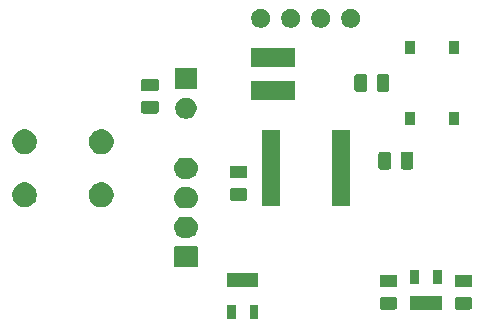
<source format=gbr>
G04 #@! TF.GenerationSoftware,KiCad,Pcbnew,(5.1.5)-3*
G04 #@! TF.CreationDate,2020-07-01T01:16:44-04:00*
G04 #@! TF.ProjectId,V0_Micro_Display,56305f4d-6963-4726-9f5f-446973706c61,rev?*
G04 #@! TF.SameCoordinates,Original*
G04 #@! TF.FileFunction,Soldermask,Bot*
G04 #@! TF.FilePolarity,Negative*
%FSLAX46Y46*%
G04 Gerber Fmt 4.6, Leading zero omitted, Abs format (unit mm)*
G04 Created by KiCad (PCBNEW (5.1.5)-3) date 2020-07-01 01:16:44*
%MOMM*%
%LPD*%
G04 APERTURE LIST*
%ADD10C,0.100000*%
G04 APERTURE END LIST*
D10*
G36*
X-4014000Y-12740000D02*
G01*
X-4754000Y-12740000D01*
X-4754000Y-11550000D01*
X-4014000Y-11550000D01*
X-4014000Y-12740000D01*
G37*
G36*
X-5914000Y-12740000D02*
G01*
X-6654000Y-12740000D01*
X-6654000Y-11550000D01*
X-5914000Y-11550000D01*
X-5914000Y-12740000D01*
G37*
G36*
X11486000Y-12011000D02*
G01*
X8834000Y-12011000D01*
X8834000Y-10849000D01*
X11486000Y-10849000D01*
X11486000Y-12011000D01*
G37*
G36*
X13919468Y-10896065D02*
G01*
X13958138Y-10907796D01*
X13993777Y-10926846D01*
X14025017Y-10952483D01*
X14050654Y-10983723D01*
X14069704Y-11019362D01*
X14081435Y-11058032D01*
X14086000Y-11104388D01*
X14086000Y-11755612D01*
X14081435Y-11801968D01*
X14069704Y-11840638D01*
X14050654Y-11876277D01*
X14025017Y-11907517D01*
X13993777Y-11933154D01*
X13958138Y-11952204D01*
X13919468Y-11963935D01*
X13873112Y-11968500D01*
X12796888Y-11968500D01*
X12750532Y-11963935D01*
X12711862Y-11952204D01*
X12676223Y-11933154D01*
X12644983Y-11907517D01*
X12619346Y-11876277D01*
X12600296Y-11840638D01*
X12588565Y-11801968D01*
X12584000Y-11755612D01*
X12584000Y-11104388D01*
X12588565Y-11058032D01*
X12600296Y-11019362D01*
X12619346Y-10983723D01*
X12644983Y-10952483D01*
X12676223Y-10926846D01*
X12711862Y-10907796D01*
X12750532Y-10896065D01*
X12796888Y-10891500D01*
X13873112Y-10891500D01*
X13919468Y-10896065D01*
G37*
G36*
X7569468Y-10896065D02*
G01*
X7608138Y-10907796D01*
X7643777Y-10926846D01*
X7675017Y-10952483D01*
X7700654Y-10983723D01*
X7719704Y-11019362D01*
X7731435Y-11058032D01*
X7736000Y-11104388D01*
X7736000Y-11755612D01*
X7731435Y-11801968D01*
X7719704Y-11840638D01*
X7700654Y-11876277D01*
X7675017Y-11907517D01*
X7643777Y-11933154D01*
X7608138Y-11952204D01*
X7569468Y-11963935D01*
X7523112Y-11968500D01*
X6446888Y-11968500D01*
X6400532Y-11963935D01*
X6361862Y-11952204D01*
X6326223Y-11933154D01*
X6294983Y-11907517D01*
X6269346Y-11876277D01*
X6250296Y-11840638D01*
X6238565Y-11801968D01*
X6234000Y-11755612D01*
X6234000Y-11104388D01*
X6238565Y-11058032D01*
X6250296Y-11019362D01*
X6269346Y-10983723D01*
X6294983Y-10952483D01*
X6326223Y-10926846D01*
X6361862Y-10907796D01*
X6400532Y-10896065D01*
X6446888Y-10891500D01*
X7523112Y-10891500D01*
X7569468Y-10896065D01*
G37*
G36*
X7569468Y-9021065D02*
G01*
X7608138Y-9032796D01*
X7643777Y-9051846D01*
X7675017Y-9077483D01*
X7700654Y-9108723D01*
X7719704Y-9144362D01*
X7731435Y-9183032D01*
X7736000Y-9229388D01*
X7736000Y-9880612D01*
X7731435Y-9926968D01*
X7719704Y-9965638D01*
X7700654Y-10001277D01*
X7675017Y-10032517D01*
X7643777Y-10058154D01*
X7608138Y-10077204D01*
X7569468Y-10088935D01*
X7523112Y-10093500D01*
X6446888Y-10093500D01*
X6400532Y-10088935D01*
X6361862Y-10077204D01*
X6326223Y-10058154D01*
X6294983Y-10032517D01*
X6269346Y-10001277D01*
X6250296Y-9965638D01*
X6238565Y-9926968D01*
X6234000Y-9880612D01*
X6234000Y-9229388D01*
X6238565Y-9183032D01*
X6250296Y-9144362D01*
X6269346Y-9108723D01*
X6294983Y-9077483D01*
X6326223Y-9051846D01*
X6361862Y-9032796D01*
X6400532Y-9021065D01*
X6446888Y-9016500D01*
X7523112Y-9016500D01*
X7569468Y-9021065D01*
G37*
G36*
X13919468Y-9021065D02*
G01*
X13958138Y-9032796D01*
X13993777Y-9051846D01*
X14025017Y-9077483D01*
X14050654Y-9108723D01*
X14069704Y-9144362D01*
X14081435Y-9183032D01*
X14086000Y-9229388D01*
X14086000Y-9880612D01*
X14081435Y-9926968D01*
X14069704Y-9965638D01*
X14050654Y-10001277D01*
X14025017Y-10032517D01*
X13993777Y-10058154D01*
X13958138Y-10077204D01*
X13919468Y-10088935D01*
X13873112Y-10093500D01*
X12796888Y-10093500D01*
X12750532Y-10088935D01*
X12711862Y-10077204D01*
X12676223Y-10058154D01*
X12644983Y-10032517D01*
X12619346Y-10001277D01*
X12600296Y-9965638D01*
X12588565Y-9926968D01*
X12584000Y-9880612D01*
X12584000Y-9229388D01*
X12588565Y-9183032D01*
X12600296Y-9144362D01*
X12619346Y-9108723D01*
X12644983Y-9077483D01*
X12676223Y-9051846D01*
X12711862Y-9032796D01*
X12750532Y-9021065D01*
X12796888Y-9016500D01*
X13873112Y-9016500D01*
X13919468Y-9021065D01*
G37*
G36*
X-4014000Y-10040000D02*
G01*
X-6654000Y-10040000D01*
X-6654000Y-8850000D01*
X-4014000Y-8850000D01*
X-4014000Y-10040000D01*
G37*
G36*
X11486000Y-9811000D02*
G01*
X10734000Y-9811000D01*
X10734000Y-8649000D01*
X11486000Y-8649000D01*
X11486000Y-9811000D01*
G37*
G36*
X9586000Y-9811000D02*
G01*
X8834000Y-9811000D01*
X8834000Y-8649000D01*
X9586000Y-8649000D01*
X9586000Y-9811000D01*
G37*
G36*
X-9276400Y-6602989D02*
G01*
X-9243348Y-6613015D01*
X-9212897Y-6629292D01*
X-9186201Y-6651201D01*
X-9164292Y-6677897D01*
X-9148015Y-6708348D01*
X-9137989Y-6741400D01*
X-9134000Y-6781903D01*
X-9134000Y-8218097D01*
X-9137989Y-8258600D01*
X-9148015Y-8291652D01*
X-9164292Y-8322103D01*
X-9186201Y-8348799D01*
X-9212897Y-8370708D01*
X-9243348Y-8386985D01*
X-9276400Y-8397011D01*
X-9316903Y-8401000D01*
X-11003097Y-8401000D01*
X-11043600Y-8397011D01*
X-11076652Y-8386985D01*
X-11107103Y-8370708D01*
X-11133799Y-8348799D01*
X-11155708Y-8322103D01*
X-11171985Y-8291652D01*
X-11182011Y-8258600D01*
X-11186000Y-8218097D01*
X-11186000Y-6781903D01*
X-11182011Y-6741400D01*
X-11171985Y-6708348D01*
X-11155708Y-6677897D01*
X-11133799Y-6651201D01*
X-11107103Y-6629292D01*
X-11076652Y-6613015D01*
X-11043600Y-6602989D01*
X-11003097Y-6599000D01*
X-9316903Y-6599000D01*
X-9276400Y-6602989D01*
G37*
G36*
X-9924557Y-4105519D02*
G01*
X-9858373Y-4112037D01*
X-9688534Y-4163557D01*
X-9532009Y-4247222D01*
X-9496271Y-4276552D01*
X-9394814Y-4359814D01*
X-9311552Y-4461271D01*
X-9282222Y-4497009D01*
X-9198557Y-4653534D01*
X-9147037Y-4823373D01*
X-9129641Y-5000000D01*
X-9147037Y-5176627D01*
X-9198557Y-5346466D01*
X-9282222Y-5502991D01*
X-9311552Y-5538729D01*
X-9394814Y-5640186D01*
X-9496271Y-5723448D01*
X-9532009Y-5752778D01*
X-9688534Y-5836443D01*
X-9858373Y-5887963D01*
X-9924558Y-5894482D01*
X-9990740Y-5901000D01*
X-10329260Y-5901000D01*
X-10395443Y-5894481D01*
X-10461627Y-5887963D01*
X-10631466Y-5836443D01*
X-10787991Y-5752778D01*
X-10823729Y-5723448D01*
X-10925186Y-5640186D01*
X-11008448Y-5538729D01*
X-11037778Y-5502991D01*
X-11121443Y-5346466D01*
X-11172963Y-5176627D01*
X-11190359Y-5000000D01*
X-11172963Y-4823373D01*
X-11121443Y-4653534D01*
X-11037778Y-4497009D01*
X-11008448Y-4461271D01*
X-10925186Y-4359814D01*
X-10823729Y-4276552D01*
X-10787991Y-4247222D01*
X-10631466Y-4163557D01*
X-10461627Y-4112037D01*
X-10395443Y-4105519D01*
X-10329260Y-4099000D01*
X-9990740Y-4099000D01*
X-9924557Y-4105519D01*
G37*
G36*
X-9924557Y-1605519D02*
G01*
X-9858373Y-1612037D01*
X-9688534Y-1663557D01*
X-9688532Y-1663558D01*
X-9640008Y-1689495D01*
X-9532009Y-1747222D01*
X-9525984Y-1752167D01*
X-9394814Y-1859814D01*
X-9311552Y-1961271D01*
X-9282222Y-1997009D01*
X-9198557Y-2153534D01*
X-9147037Y-2323373D01*
X-9129641Y-2500000D01*
X-9147037Y-2676627D01*
X-9198557Y-2846466D01*
X-9282222Y-3002991D01*
X-9311552Y-3038729D01*
X-9394814Y-3140186D01*
X-9496271Y-3223448D01*
X-9532009Y-3252778D01*
X-9688534Y-3336443D01*
X-9858373Y-3387963D01*
X-9924557Y-3394481D01*
X-9990740Y-3401000D01*
X-10329260Y-3401000D01*
X-10395443Y-3394481D01*
X-10461627Y-3387963D01*
X-10631466Y-3336443D01*
X-10787991Y-3252778D01*
X-10823729Y-3223448D01*
X-10925186Y-3140186D01*
X-11008448Y-3038729D01*
X-11037778Y-3002991D01*
X-11121443Y-2846466D01*
X-11172963Y-2676627D01*
X-11190359Y-2500000D01*
X-11172963Y-2323373D01*
X-11121443Y-2153534D01*
X-11037778Y-1997009D01*
X-11008448Y-1961271D01*
X-10925186Y-1859814D01*
X-10794016Y-1752167D01*
X-10787991Y-1747222D01*
X-10679992Y-1689495D01*
X-10631468Y-1663558D01*
X-10631466Y-1663557D01*
X-10461627Y-1612037D01*
X-10395443Y-1605519D01*
X-10329260Y-1599000D01*
X-9990740Y-1599000D01*
X-9924557Y-1605519D01*
G37*
G36*
X-23513436Y-1239389D02*
G01*
X-23322167Y-1318615D01*
X-23322165Y-1318616D01*
X-23150027Y-1433635D01*
X-23003635Y-1580027D01*
X-22891919Y-1747221D01*
X-22888615Y-1752167D01*
X-22809389Y-1943436D01*
X-22769000Y-2146484D01*
X-22769000Y-2353516D01*
X-22809389Y-2556564D01*
X-22881106Y-2729704D01*
X-22888616Y-2747835D01*
X-23003635Y-2919973D01*
X-23150027Y-3066365D01*
X-23322165Y-3181384D01*
X-23322166Y-3181385D01*
X-23322167Y-3181385D01*
X-23513436Y-3260611D01*
X-23716484Y-3301000D01*
X-23923516Y-3301000D01*
X-24126564Y-3260611D01*
X-24317833Y-3181385D01*
X-24317834Y-3181385D01*
X-24317835Y-3181384D01*
X-24489973Y-3066365D01*
X-24636365Y-2919973D01*
X-24751384Y-2747835D01*
X-24758894Y-2729704D01*
X-24830611Y-2556564D01*
X-24871000Y-2353516D01*
X-24871000Y-2146484D01*
X-24830611Y-1943436D01*
X-24751385Y-1752167D01*
X-24748080Y-1747221D01*
X-24636365Y-1580027D01*
X-24489973Y-1433635D01*
X-24317835Y-1318616D01*
X-24317833Y-1318615D01*
X-24126564Y-1239389D01*
X-23923516Y-1199000D01*
X-23716484Y-1199000D01*
X-23513436Y-1239389D01*
G37*
G36*
X-17013436Y-1239389D02*
G01*
X-16822167Y-1318615D01*
X-16822165Y-1318616D01*
X-16650027Y-1433635D01*
X-16503635Y-1580027D01*
X-16391919Y-1747221D01*
X-16388615Y-1752167D01*
X-16309389Y-1943436D01*
X-16269000Y-2146484D01*
X-16269000Y-2353516D01*
X-16309389Y-2556564D01*
X-16381106Y-2729704D01*
X-16388616Y-2747835D01*
X-16503635Y-2919973D01*
X-16650027Y-3066365D01*
X-16822165Y-3181384D01*
X-16822166Y-3181385D01*
X-16822167Y-3181385D01*
X-17013436Y-3260611D01*
X-17216484Y-3301000D01*
X-17423516Y-3301000D01*
X-17626564Y-3260611D01*
X-17817833Y-3181385D01*
X-17817834Y-3181385D01*
X-17817835Y-3181384D01*
X-17989973Y-3066365D01*
X-18136365Y-2919973D01*
X-18251384Y-2747835D01*
X-18258894Y-2729704D01*
X-18330611Y-2556564D01*
X-18371000Y-2353516D01*
X-18371000Y-2146484D01*
X-18330611Y-1943436D01*
X-18251385Y-1752167D01*
X-18248080Y-1747221D01*
X-18136365Y-1580027D01*
X-17989973Y-1433635D01*
X-17817835Y-1318616D01*
X-17817833Y-1318615D01*
X-17626564Y-1239389D01*
X-17423516Y-1199000D01*
X-17216484Y-1199000D01*
X-17013436Y-1239389D01*
G37*
G36*
X-2174000Y-3201000D02*
G01*
X-3726000Y-3201000D01*
X-3726000Y3201000D01*
X-2174000Y3201000D01*
X-2174000Y-3201000D01*
G37*
G36*
X3726000Y-3201000D02*
G01*
X2174000Y-3201000D01*
X2174000Y3201000D01*
X3726000Y3201000D01*
X3726000Y-3201000D01*
G37*
G36*
X-5130532Y-1673565D02*
G01*
X-5091862Y-1685296D01*
X-5056223Y-1704346D01*
X-5024983Y-1729983D01*
X-4999346Y-1761223D01*
X-4980296Y-1796862D01*
X-4968565Y-1835532D01*
X-4964000Y-1881888D01*
X-4964000Y-2533112D01*
X-4968565Y-2579468D01*
X-4980296Y-2618138D01*
X-4999346Y-2653777D01*
X-5024983Y-2685017D01*
X-5056223Y-2710654D01*
X-5091862Y-2729704D01*
X-5130532Y-2741435D01*
X-5176888Y-2746000D01*
X-6253112Y-2746000D01*
X-6299468Y-2741435D01*
X-6338138Y-2729704D01*
X-6373777Y-2710654D01*
X-6405017Y-2685017D01*
X-6430654Y-2653777D01*
X-6449704Y-2618138D01*
X-6461435Y-2579468D01*
X-6466000Y-2533112D01*
X-6466000Y-1881888D01*
X-6461435Y-1835532D01*
X-6449704Y-1796862D01*
X-6430654Y-1761223D01*
X-6405017Y-1729983D01*
X-6373777Y-1704346D01*
X-6338138Y-1685296D01*
X-6299468Y-1673565D01*
X-6253112Y-1669000D01*
X-5176888Y-1669000D01*
X-5130532Y-1673565D01*
G37*
G36*
X-9924558Y894482D02*
G01*
X-9858373Y887963D01*
X-9688534Y836443D01*
X-9532009Y752778D01*
X-9496271Y723448D01*
X-9394814Y640186D01*
X-9311552Y538729D01*
X-9282222Y502991D01*
X-9198557Y346466D01*
X-9147037Y176627D01*
X-9129641Y0D01*
X-9147037Y-176627D01*
X-9198557Y-346466D01*
X-9282222Y-502991D01*
X-9311552Y-538729D01*
X-9394814Y-640186D01*
X-9473533Y-704788D01*
X-9532009Y-752778D01*
X-9688534Y-836443D01*
X-9858373Y-887963D01*
X-9924558Y-894482D01*
X-9990740Y-901000D01*
X-10329260Y-901000D01*
X-10395442Y-894482D01*
X-10461627Y-887963D01*
X-10631466Y-836443D01*
X-10787991Y-752778D01*
X-10846467Y-704788D01*
X-10925186Y-640186D01*
X-11008448Y-538729D01*
X-11037778Y-502991D01*
X-11121443Y-346466D01*
X-11172963Y-176627D01*
X-11190359Y0D01*
X-11172963Y176627D01*
X-11121443Y346466D01*
X-11037778Y502991D01*
X-11008448Y538729D01*
X-10925186Y640186D01*
X-10823729Y723448D01*
X-10787991Y752778D01*
X-10631466Y836443D01*
X-10461627Y887963D01*
X-10395442Y894482D01*
X-10329260Y901000D01*
X-9990740Y901000D01*
X-9924558Y894482D01*
G37*
G36*
X-5130532Y201435D02*
G01*
X-5091862Y189704D01*
X-5056223Y170654D01*
X-5024983Y145017D01*
X-4999346Y113777D01*
X-4980296Y78138D01*
X-4968565Y39468D01*
X-4964000Y-6888D01*
X-4964000Y-658112D01*
X-4968565Y-704468D01*
X-4980296Y-743138D01*
X-4999346Y-778777D01*
X-5024983Y-810017D01*
X-5056223Y-835654D01*
X-5091862Y-854704D01*
X-5130532Y-866435D01*
X-5176888Y-871000D01*
X-6253112Y-871000D01*
X-6299468Y-866435D01*
X-6338138Y-854704D01*
X-6373777Y-835654D01*
X-6405017Y-810017D01*
X-6430654Y-778777D01*
X-6449704Y-743138D01*
X-6461435Y-704468D01*
X-6466000Y-658112D01*
X-6466000Y-6888D01*
X-6461435Y39468D01*
X-6449704Y78138D01*
X-6430654Y113777D01*
X-6405017Y145017D01*
X-6373777Y170654D01*
X-6338138Y189704D01*
X-6299468Y201435D01*
X-6253112Y206000D01*
X-5176888Y206000D01*
X-5130532Y201435D01*
G37*
G36*
X7054468Y1381435D02*
G01*
X7093138Y1369704D01*
X7128777Y1350654D01*
X7160017Y1325017D01*
X7185654Y1293777D01*
X7204704Y1258138D01*
X7216435Y1219468D01*
X7221000Y1173112D01*
X7221000Y96888D01*
X7216435Y50532D01*
X7204704Y11862D01*
X7185654Y-23777D01*
X7160017Y-55017D01*
X7128777Y-80654D01*
X7093138Y-99704D01*
X7054468Y-111435D01*
X7008112Y-116000D01*
X6356888Y-116000D01*
X6310532Y-111435D01*
X6271862Y-99704D01*
X6236223Y-80654D01*
X6204983Y-55017D01*
X6179346Y-23777D01*
X6160296Y11862D01*
X6148565Y50532D01*
X6144000Y96888D01*
X6144000Y1173112D01*
X6148565Y1219468D01*
X6160296Y1258138D01*
X6179346Y1293777D01*
X6204983Y1325017D01*
X6236223Y1350654D01*
X6271862Y1369704D01*
X6310532Y1381435D01*
X6356888Y1386000D01*
X7008112Y1386000D01*
X7054468Y1381435D01*
G37*
G36*
X8929468Y1381435D02*
G01*
X8968138Y1369704D01*
X9003777Y1350654D01*
X9035017Y1325017D01*
X9060654Y1293777D01*
X9079704Y1258138D01*
X9091435Y1219468D01*
X9096000Y1173112D01*
X9096000Y96888D01*
X9091435Y50532D01*
X9079704Y11862D01*
X9060654Y-23777D01*
X9035017Y-55017D01*
X9003777Y-80654D01*
X8968138Y-99704D01*
X8929468Y-111435D01*
X8883112Y-116000D01*
X8231888Y-116000D01*
X8185532Y-111435D01*
X8146862Y-99704D01*
X8111223Y-80654D01*
X8079983Y-55017D01*
X8054346Y-23777D01*
X8035296Y11862D01*
X8023565Y50532D01*
X8019000Y96888D01*
X8019000Y1173112D01*
X8023565Y1219468D01*
X8035296Y1258138D01*
X8054346Y1293777D01*
X8079983Y1325017D01*
X8111223Y1350654D01*
X8146862Y1369704D01*
X8185532Y1381435D01*
X8231888Y1386000D01*
X8883112Y1386000D01*
X8929468Y1381435D01*
G37*
G36*
X-23513436Y3260611D02*
G01*
X-23322167Y3181385D01*
X-23322165Y3181384D01*
X-23150027Y3066365D01*
X-23003635Y2919973D01*
X-22888615Y2747833D01*
X-22809389Y2556564D01*
X-22769000Y2353516D01*
X-22769000Y2146484D01*
X-22809389Y1943436D01*
X-22826967Y1901000D01*
X-22888616Y1752165D01*
X-23003635Y1580027D01*
X-23150027Y1433635D01*
X-23322165Y1318616D01*
X-23322166Y1318615D01*
X-23322167Y1318615D01*
X-23513436Y1239389D01*
X-23716484Y1199000D01*
X-23923516Y1199000D01*
X-24126564Y1239389D01*
X-24317833Y1318615D01*
X-24317834Y1318615D01*
X-24317835Y1318616D01*
X-24489973Y1433635D01*
X-24636365Y1580027D01*
X-24751384Y1752165D01*
X-24813033Y1901000D01*
X-24830611Y1943436D01*
X-24871000Y2146484D01*
X-24871000Y2353516D01*
X-24830611Y2556564D01*
X-24751385Y2747833D01*
X-24636365Y2919973D01*
X-24489973Y3066365D01*
X-24317835Y3181384D01*
X-24317833Y3181385D01*
X-24126564Y3260611D01*
X-23923516Y3301000D01*
X-23716484Y3301000D01*
X-23513436Y3260611D01*
G37*
G36*
X-17013436Y3260611D02*
G01*
X-16822167Y3181385D01*
X-16822165Y3181384D01*
X-16650027Y3066365D01*
X-16503635Y2919973D01*
X-16388615Y2747833D01*
X-16309389Y2556564D01*
X-16269000Y2353516D01*
X-16269000Y2146484D01*
X-16309389Y1943436D01*
X-16326967Y1901000D01*
X-16388616Y1752165D01*
X-16503635Y1580027D01*
X-16650027Y1433635D01*
X-16822165Y1318616D01*
X-16822166Y1318615D01*
X-16822167Y1318615D01*
X-17013436Y1239389D01*
X-17216484Y1199000D01*
X-17423516Y1199000D01*
X-17626564Y1239389D01*
X-17817833Y1318615D01*
X-17817834Y1318615D01*
X-17817835Y1318616D01*
X-17989973Y1433635D01*
X-18136365Y1580027D01*
X-18251384Y1752165D01*
X-18313033Y1901000D01*
X-18330611Y1943436D01*
X-18371000Y2146484D01*
X-18371000Y2353516D01*
X-18330611Y2556564D01*
X-18251385Y2747833D01*
X-18136365Y2919973D01*
X-17989973Y3066365D01*
X-17817835Y3181384D01*
X-17817833Y3181385D01*
X-17626564Y3260611D01*
X-17423516Y3301000D01*
X-17216484Y3301000D01*
X-17013436Y3260611D01*
G37*
G36*
X12969000Y3681000D02*
G01*
X12117000Y3681000D01*
X12117000Y4783000D01*
X12969000Y4783000D01*
X12969000Y3681000D01*
G37*
G36*
X9219000Y3681000D02*
G01*
X8367000Y3681000D01*
X8367000Y4783000D01*
X9219000Y4783000D01*
X9219000Y3681000D01*
G37*
G36*
X-10046488Y5976073D02*
G01*
X-9897188Y5946376D01*
X-9733216Y5878456D01*
X-9585646Y5779853D01*
X-9460147Y5654354D01*
X-9361544Y5506784D01*
X-9293624Y5342812D01*
X-9259000Y5168741D01*
X-9259000Y4991259D01*
X-9293624Y4817188D01*
X-9361544Y4653216D01*
X-9460147Y4505646D01*
X-9585646Y4380147D01*
X-9733216Y4281544D01*
X-9897188Y4213624D01*
X-10046488Y4183927D01*
X-10071258Y4179000D01*
X-10248742Y4179000D01*
X-10273512Y4183927D01*
X-10422812Y4213624D01*
X-10586784Y4281544D01*
X-10734354Y4380147D01*
X-10859853Y4505646D01*
X-10958456Y4653216D01*
X-11026376Y4817188D01*
X-11061000Y4991259D01*
X-11061000Y5168741D01*
X-11026376Y5342812D01*
X-10958456Y5506784D01*
X-10859853Y5654354D01*
X-10734354Y5779853D01*
X-10586784Y5878456D01*
X-10422812Y5946376D01*
X-10273512Y5976073D01*
X-10248742Y5981000D01*
X-10071258Y5981000D01*
X-10046488Y5976073D01*
G37*
G36*
X-12623532Y5692435D02*
G01*
X-12584862Y5680704D01*
X-12549223Y5661654D01*
X-12517983Y5636017D01*
X-12492346Y5604777D01*
X-12473296Y5569138D01*
X-12461565Y5530468D01*
X-12457000Y5484112D01*
X-12457000Y4832888D01*
X-12461565Y4786532D01*
X-12473296Y4747862D01*
X-12492346Y4712223D01*
X-12517983Y4680983D01*
X-12549223Y4655346D01*
X-12584862Y4636296D01*
X-12623532Y4624565D01*
X-12669888Y4620000D01*
X-13746112Y4620000D01*
X-13792468Y4624565D01*
X-13831138Y4636296D01*
X-13866777Y4655346D01*
X-13898017Y4680983D01*
X-13923654Y4712223D01*
X-13942704Y4747862D01*
X-13954435Y4786532D01*
X-13959000Y4832888D01*
X-13959000Y5484112D01*
X-13954435Y5530468D01*
X-13942704Y5569138D01*
X-13923654Y5604777D01*
X-13898017Y5636017D01*
X-13866777Y5661654D01*
X-13831138Y5680704D01*
X-13792468Y5692435D01*
X-13746112Y5697000D01*
X-12669888Y5697000D01*
X-12623532Y5692435D01*
G37*
G36*
X-949000Y5799000D02*
G01*
X-4651000Y5799000D01*
X-4651000Y7401000D01*
X-949000Y7401000D01*
X-949000Y5799000D01*
G37*
G36*
X6897468Y7978435D02*
G01*
X6936138Y7966704D01*
X6971777Y7947654D01*
X7003017Y7922017D01*
X7028654Y7890777D01*
X7047704Y7855138D01*
X7059435Y7816468D01*
X7064000Y7770112D01*
X7064000Y6693888D01*
X7059435Y6647532D01*
X7047704Y6608862D01*
X7028654Y6573223D01*
X7003017Y6541983D01*
X6971777Y6516346D01*
X6936138Y6497296D01*
X6897468Y6485565D01*
X6851112Y6481000D01*
X6199888Y6481000D01*
X6153532Y6485565D01*
X6114862Y6497296D01*
X6079223Y6516346D01*
X6047983Y6541983D01*
X6022346Y6573223D01*
X6003296Y6608862D01*
X5991565Y6647532D01*
X5987000Y6693888D01*
X5987000Y7770112D01*
X5991565Y7816468D01*
X6003296Y7855138D01*
X6022346Y7890777D01*
X6047983Y7922017D01*
X6079223Y7947654D01*
X6114862Y7966704D01*
X6153532Y7978435D01*
X6199888Y7983000D01*
X6851112Y7983000D01*
X6897468Y7978435D01*
G37*
G36*
X5022468Y7978435D02*
G01*
X5061138Y7966704D01*
X5096777Y7947654D01*
X5128017Y7922017D01*
X5153654Y7890777D01*
X5172704Y7855138D01*
X5184435Y7816468D01*
X5189000Y7770112D01*
X5189000Y6693888D01*
X5184435Y6647532D01*
X5172704Y6608862D01*
X5153654Y6573223D01*
X5128017Y6541983D01*
X5096777Y6516346D01*
X5061138Y6497296D01*
X5022468Y6485565D01*
X4976112Y6481000D01*
X4324888Y6481000D01*
X4278532Y6485565D01*
X4239862Y6497296D01*
X4204223Y6516346D01*
X4172983Y6541983D01*
X4147346Y6573223D01*
X4128296Y6608862D01*
X4116565Y6647532D01*
X4112000Y6693888D01*
X4112000Y7770112D01*
X4116565Y7816468D01*
X4128296Y7855138D01*
X4147346Y7890777D01*
X4172983Y7922017D01*
X4204223Y7947654D01*
X4239862Y7966704D01*
X4278532Y7978435D01*
X4324888Y7983000D01*
X4976112Y7983000D01*
X5022468Y7978435D01*
G37*
G36*
X-12623532Y7567435D02*
G01*
X-12584862Y7555704D01*
X-12549223Y7536654D01*
X-12517983Y7511017D01*
X-12492346Y7479777D01*
X-12473296Y7444138D01*
X-12461565Y7405468D01*
X-12457000Y7359112D01*
X-12457000Y6707888D01*
X-12461565Y6661532D01*
X-12473296Y6622862D01*
X-12492346Y6587223D01*
X-12517983Y6555983D01*
X-12549223Y6530346D01*
X-12584862Y6511296D01*
X-12623532Y6499565D01*
X-12669888Y6495000D01*
X-13746112Y6495000D01*
X-13792468Y6499565D01*
X-13831138Y6511296D01*
X-13866777Y6530346D01*
X-13898017Y6555983D01*
X-13923654Y6587223D01*
X-13942704Y6622862D01*
X-13954435Y6661532D01*
X-13959000Y6707888D01*
X-13959000Y7359112D01*
X-13954435Y7405468D01*
X-13942704Y7444138D01*
X-13923654Y7479777D01*
X-13898017Y7511017D01*
X-13866777Y7536654D01*
X-13831138Y7555704D01*
X-13792468Y7567435D01*
X-13746112Y7572000D01*
X-12669888Y7572000D01*
X-12623532Y7567435D01*
G37*
G36*
X-9259000Y6719000D02*
G01*
X-11061000Y6719000D01*
X-11061000Y8521000D01*
X-9259000Y8521000D01*
X-9259000Y6719000D01*
G37*
G36*
X-949000Y8599000D02*
G01*
X-4651000Y8599000D01*
X-4651000Y10201000D01*
X-949000Y10201000D01*
X-949000Y8599000D01*
G37*
G36*
X9219000Y9681000D02*
G01*
X8367000Y9681000D01*
X8367000Y10783000D01*
X9219000Y10783000D01*
X9219000Y9681000D01*
G37*
G36*
X12969000Y9681000D02*
G01*
X12117000Y9681000D01*
X12117000Y10783000D01*
X12969000Y10783000D01*
X12969000Y9681000D01*
G37*
G36*
X4047142Y13481758D02*
G01*
X4195101Y13420471D01*
X4328255Y13331501D01*
X4441501Y13218255D01*
X4530471Y13085101D01*
X4591758Y12937142D01*
X4623000Y12780075D01*
X4623000Y12619925D01*
X4591758Y12462858D01*
X4530471Y12314899D01*
X4441501Y12181745D01*
X4328255Y12068499D01*
X4195101Y11979529D01*
X4047142Y11918242D01*
X3890075Y11887000D01*
X3729925Y11887000D01*
X3572858Y11918242D01*
X3424899Y11979529D01*
X3291745Y12068499D01*
X3178499Y12181745D01*
X3089529Y12314899D01*
X3028242Y12462858D01*
X2997000Y12619925D01*
X2997000Y12780075D01*
X3028242Y12937142D01*
X3089529Y13085101D01*
X3178499Y13218255D01*
X3291745Y13331501D01*
X3424899Y13420471D01*
X3572858Y13481758D01*
X3729925Y13513000D01*
X3890075Y13513000D01*
X4047142Y13481758D01*
G37*
G36*
X1507142Y13481758D02*
G01*
X1655101Y13420471D01*
X1788255Y13331501D01*
X1901501Y13218255D01*
X1990471Y13085101D01*
X2051758Y12937142D01*
X2083000Y12780075D01*
X2083000Y12619925D01*
X2051758Y12462858D01*
X1990471Y12314899D01*
X1901501Y12181745D01*
X1788255Y12068499D01*
X1655101Y11979529D01*
X1507142Y11918242D01*
X1350075Y11887000D01*
X1189925Y11887000D01*
X1032858Y11918242D01*
X884899Y11979529D01*
X751745Y12068499D01*
X638499Y12181745D01*
X549529Y12314899D01*
X488242Y12462858D01*
X457000Y12619925D01*
X457000Y12780075D01*
X488242Y12937142D01*
X549529Y13085101D01*
X638499Y13218255D01*
X751745Y13331501D01*
X884899Y13420471D01*
X1032858Y13481758D01*
X1189925Y13513000D01*
X1350075Y13513000D01*
X1507142Y13481758D01*
G37*
G36*
X-1032858Y13481758D02*
G01*
X-884899Y13420471D01*
X-751745Y13331501D01*
X-638499Y13218255D01*
X-549529Y13085101D01*
X-488242Y12937142D01*
X-457000Y12780075D01*
X-457000Y12619925D01*
X-488242Y12462858D01*
X-549529Y12314899D01*
X-638499Y12181745D01*
X-751745Y12068499D01*
X-884899Y11979529D01*
X-1032858Y11918242D01*
X-1189925Y11887000D01*
X-1350075Y11887000D01*
X-1507142Y11918242D01*
X-1655101Y11979529D01*
X-1788255Y12068499D01*
X-1901501Y12181745D01*
X-1990471Y12314899D01*
X-2051758Y12462858D01*
X-2083000Y12619925D01*
X-2083000Y12780075D01*
X-2051758Y12937142D01*
X-1990471Y13085101D01*
X-1901501Y13218255D01*
X-1788255Y13331501D01*
X-1655101Y13420471D01*
X-1507142Y13481758D01*
X-1350075Y13513000D01*
X-1189925Y13513000D01*
X-1032858Y13481758D01*
G37*
G36*
X-3572858Y13481758D02*
G01*
X-3424899Y13420471D01*
X-3291745Y13331501D01*
X-3178499Y13218255D01*
X-3089529Y13085101D01*
X-3028242Y12937142D01*
X-2997000Y12780075D01*
X-2997000Y12619925D01*
X-3028242Y12462858D01*
X-3089529Y12314899D01*
X-3178499Y12181745D01*
X-3291745Y12068499D01*
X-3424899Y11979529D01*
X-3572858Y11918242D01*
X-3729925Y11887000D01*
X-3890075Y11887000D01*
X-4047142Y11918242D01*
X-4195101Y11979529D01*
X-4328255Y12068499D01*
X-4441501Y12181745D01*
X-4530471Y12314899D01*
X-4591758Y12462858D01*
X-4623000Y12619925D01*
X-4623000Y12780075D01*
X-4591758Y12937142D01*
X-4530471Y13085101D01*
X-4441501Y13218255D01*
X-4328255Y13331501D01*
X-4195101Y13420471D01*
X-4047142Y13481758D01*
X-3890075Y13513000D01*
X-3729925Y13513000D01*
X-3572858Y13481758D01*
G37*
M02*

</source>
